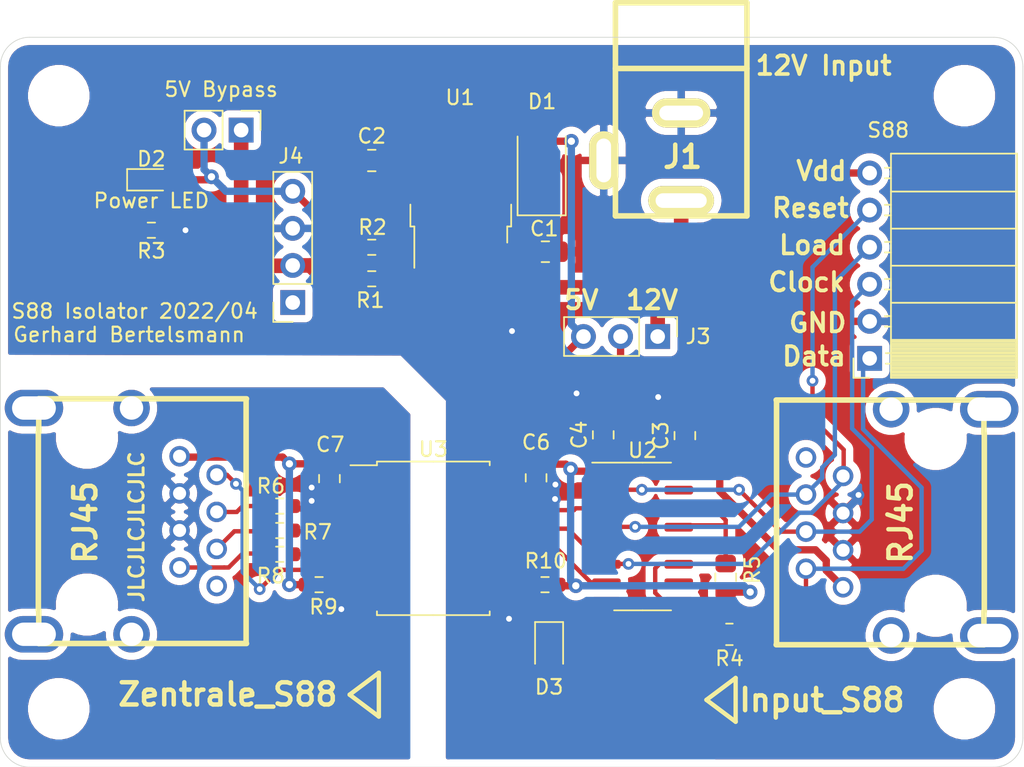
<source format=kicad_pcb>
(kicad_pcb (version 20171130) (host pcbnew 5.1.12-84ad8e8a86~92~ubuntu20.04.1)
  (title_block (date 2020-08-30) (rev 2020/08))
  (layers (0 F.Cu signal) (31 B.Cu signal) (34 B.Paste user) (35 F.Paste user) (36 B.SilkS user) (37 F.SilkS user) (38 B.Mask user) (39 F.Mask user) (44 Edge.Cuts user))
  (net 0 "")
  (net 1 GNDD)
  (net 2 VDD)
  (net 3 +5VD)
  (net 4 +5V)
  (net 5 GND)
  (net 6 /Data')
  (net 7 /Clock')
  (net 8 /PSLoad')
  (net 9 /Reset')
  (net 10 "Net-(R1-Pad2)")
  (net 11 "Net-(R5-Pad2)")
  (net 12 /Clock)
  (net 13 "Net-(R6-Pad1)")
  (net 14 "Net-(R7-Pad1)")
  (net 15 /PSLoad)
  (net 16 "Net-(R8-Pad1)")
  (net 17 /Reset)
  (net 18 /Data)
  (net 19 "Net-(R9-Pad1)")
  (net 20 "Net-(U2-Pad3)")
  (net 21 "Net-(U2-Pad5)")
  (net 22 "Net-(U2-Pad7)")
  (net 23 "Net-(U2-Pad10)")
  (net 24 "Net-(U2-Pad12)")
  (net 25 "Net-(U2-Pad15)")
  (net 26 /Input)
  (net 27 "Net-(J4-Pad1)")
  (net 28 "Net-(Input_S88-Pad8)")
  (net 29 "Net-(Zentrale_S88-Pad8)")
  (net 30 "Net-(D2-Pad1)")
  (net 31 "Net-(D3-Pad1)")
  (net 32 "Net-(R10-Pad2)")
  (module Package_SO:SOIC-16_3.9x9.9mm_P1.27mm (layer F.Cu) (at 143.9672 114.1984)
    (fp_text reference U2 (at 0 -5.9) (layer F.SilkS))
    (fp_text value 4504)
    (pad 16 smd roundrect (at 2.475 -4.445) (size 1.95 0.6) (layers F.Cu F.Paste F.Mask) (net 2 VDD))
    (pad 15 smd roundrect (at 2.475 -3.175) (size 1.95 0.6) (layers F.Cu F.Paste F.Mask) (net 25 "Net-(U2-Pad15)"))
    (pad 14 smd roundrect (at 2.475 -1.905) (size 1.95 0.6) (layers F.Cu F.Paste F.Mask) (net 11 "Net-(R5-Pad2)"))
    (pad 13 smd roundrect (at 2.475 -0.635) (size 1.95 0.6) (layers F.Cu F.Paste F.Mask) (net 11 "Net-(R5-Pad2)"))
    (pad 12 smd roundrect (at 2.475 0.635) (size 1.95 0.6) (layers F.Cu F.Paste F.Mask) (net 24 "Net-(U2-Pad12)"))
    (pad 11 smd roundrect (at 2.475 1.905) (size 1.95 0.6) (layers F.Cu F.Paste F.Mask) (net 11 "Net-(R5-Pad2)"))
    (pad 10 smd roundrect (at 2.475 3.175) (size 1.95 0.6) (layers F.Cu F.Paste F.Mask) (net 23 "Net-(U2-Pad10)"))
    (pad 9 smd roundrect (at 2.475 4.445) (size 1.95 0.6) (layers F.Cu F.Paste F.Mask) (net 11 "Net-(R5-Pad2)"))
    (pad 8 smd roundrect (at -2.475 4.445) (size 1.95 0.6) (layers F.Cu F.Paste F.Mask) (net 1 GNDD))
    (pad 7 smd roundrect (at -2.475 3.175) (size 1.95 0.6) (layers F.Cu F.Paste F.Mask) (net 22 "Net-(U2-Pad7)"))
    (pad 6 smd roundrect (at -2.475 1.905) (size 1.95 0.6) (layers F.Cu F.Paste F.Mask) (net 9 /Reset'))
    (pad 5 smd roundrect (at -2.475 0.635) (size 1.95 0.6) (layers F.Cu F.Paste F.Mask) (net 21 "Net-(U2-Pad5)"))
    (pad 4 smd roundrect (at -2.475 -0.635) (size 1.95 0.6) (layers F.Cu F.Paste F.Mask) (net 8 /PSLoad'))
    (pad 3 smd roundrect (at -2.475 -1.905) (size 1.95 0.6) (layers F.Cu F.Paste F.Mask) (net 20 "Net-(U2-Pad3)"))
    (pad 2 smd roundrect (at -2.475 -3.175) (size 1.95 0.6) (layers F.Cu F.Paste F.Mask) (net 7 /Clock'))
    (pad 1 smd roundrect (at -2.475 -4.445) (size 1.95 0.6) (layers F.Cu F.Paste F.Mask) (net 3 +5VD))
  )
  (module Package_SO:SOIC-16W_7.5x10.3mm_P1.27mm (layer F.Cu) (at 129.6416 114.3254)
    (fp_text reference U3 (at 0 -6.1) (layer F.SilkS))
    (fp_text value NSI8141W1)
    (pad 16 smd roundrect (at 4.65 -4.445) (size 2.05 0.6) (layers F.Cu F.Paste F.Mask) (net 3 +5VD))
    (pad 15 smd roundrect (at 4.65 -3.175) (size 2.05 0.6) (layers F.Cu F.Paste F.Mask) (net 1 GNDD))
    (pad 14 smd roundrect (at 4.65 -1.905) (size 2.05 0.6) (layers F.Cu F.Paste F.Mask) (net 20 "Net-(U2-Pad3)"))
    (pad 13 smd roundrect (at 4.65 -0.635) (size 2.05 0.6) (layers F.Cu F.Paste F.Mask) (net 21 "Net-(U2-Pad5)"))
    (pad 12 smd roundrect (at 4.65 0.635) (size 2.05 0.6) (layers F.Cu F.Paste F.Mask) (net 22 "Net-(U2-Pad7)"))
    (pad 11 smd roundrect (at 4.65 1.905) (size 2.05 0.6) (layers F.Cu F.Paste F.Mask) (net 31 "Net-(D3-Pad1)"))
    (pad 10 smd roundrect (at 4.65 3.175) (size 2.05 0.6) (layers F.Cu F.Paste F.Mask) (net 32 "Net-(R10-Pad2)"))
    (pad 9 smd roundrect (at 4.65 4.445) (size 2.05 0.6) (layers F.Cu F.Paste F.Mask) (net 1 GNDD))
    (pad 8 smd roundrect (at -4.65 4.445) (size 2.05 0.6) (layers F.Cu F.Paste F.Mask) (net 5 GND))
    (pad 7 smd roundrect (at -4.65 3.175) (size 2.05 0.6) (layers F.Cu F.Paste F.Mask) (net 19 "Net-(R9-Pad1)"))
    (pad 6 smd roundrect (at -4.65 1.905) (size 2.05 0.6) (layers F.Cu F.Paste F.Mask) (net 18 /Data))
    (pad 5 smd roundrect (at -4.65 0.635) (size 2.05 0.6) (layers F.Cu F.Paste F.Mask) (net 16 "Net-(R8-Pad1)"))
    (pad 4 smd roundrect (at -4.65 -0.635) (size 2.05 0.6) (layers F.Cu F.Paste F.Mask) (net 14 "Net-(R7-Pad1)"))
    (pad 3 smd roundrect (at -4.65 -1.905) (size 2.05 0.6) (layers F.Cu F.Paste F.Mask) (net 13 "Net-(R6-Pad1)"))
    (pad 2 smd roundrect (at -4.65 -3.175) (size 2.05 0.6) (layers F.Cu F.Paste F.Mask) (net 5 GND))
    (pad 1 smd roundrect (at -4.65 -4.445) (size 2.05 0.6) (layers F.Cu F.Paste F.Mask) (net 4 +5V))
  )
  (module Diode_SMD:D_SMA (layer F.Cu) (at 137.0584 88.7984 90)
    (fp_text reference D1 (at 4.3942 0.0254 180) (layer F.SilkS))
    (fp_text value M7)
    (pad 2 smd rect (at 2 0 90) (size 2.5 1.8) (layers F.Cu F.Paste F.Mask) (net 3 +5VD))
    (pad 1 smd rect (at -2 0 90) (size 2.5 1.8) (layers F.Cu F.Paste F.Mask) (net 26 /Input))
  )
  (module w_conn_pc:megb8-8-Uni (layer F.Cu) (at 164.0332 113.2332 90)
    (fp_text reference Input_S88 (at -12.1746 -7.7868) (layer F.SilkS) (effects (font (size 1.524 1.524) (thickness 0.3048))))
    (fp_text value RJ45 (at 0 -2.402 90) (layer F.SilkS) (effects (font (size 1.524 1.524) (thickness 0.3048))))
    (pad 9 thru_hole oval (at -7.75 3.6668 90) (size 2.5 4) (drill oval 1.6 3) (layers *.Cu *.Mask))
    (pad 9 thru_hole oval (at 7.75 3.6668 90) (size 2.5 4) (drill oval 1.6 3) (layers *.Cu *.Mask))
    (pad 3 thru_hole circle (at -1.905 -6.34 90) (size 1.4 1.4) (drill 0.9) (layers *.Cu *.Mask) (net 1 GNDD))
    (pad 1 thru_hole circle (at -4.445 -6.34 90) (size 1.4 1.4) (drill 0.9) (layers *.Cu *.Mask) (net 2 VDD))
    (pad 2 thru_hole circle (at -3.175 -8.88 90) (size 1.4 1.4) (drill 0.9) (layers *.Cu *.Mask) (net 6 /Data'))
    (pad 4 thru_hole circle (at -0.635 -8.88 90) (size 1.4 1.4) (drill 0.9) (layers *.Cu *.Mask) (net 7 /Clock'))
    (pad 5 thru_hole circle (at 0.635 -6.34 90) (size 1.4 1.4) (drill 0.9) (layers *.Cu *.Mask) (net 1 GNDD))
    (pad 6 thru_hole circle (at 1.905 -8.88 90) (size 1.4 1.4) (drill 0.9) (layers *.Cu *.Mask) (net 8 /PSLoad'))
    (pad 7 thru_hole circle (at 3.175 -6.34 90) (size 1.4 1.4) (drill 0.9) (layers *.Cu *.Mask) (net 9 /Reset'))
    (pad 8 thru_hole circle (at 4.445 -8.88 90) (size 1.4 1.4) (drill 0.9) (layers *.Cu *.Mask) (net 28 "Net-(Input_S88-Pad8)"))
    (pad 9 thru_hole circle (at -7.75 -3.05 90) (size 2.5 2.5) (drill 1.6) (layers *.Cu *.Mask))
    (pad 9 thru_hole circle (at 7.75 -3.05 90) (size 2.5 2.5) (drill 1.6) (layers *.Cu *.Mask))
    (pad "" np_thru_hole circle (at -5.715 0 90) (size 3.25 3.25) (drill 3.25) (layers *.Cu))
    (pad "" np_thru_hole circle (at 5.715 0 90) (size 3.25 3.25) (drill 3.25) (layers *.Cu))
  )
  (module Resistor_SMD:R_0603_1608Metric_Pad0.98x0.95mm_HandSolder (layer F.Cu) (at 137.287 117.5004 180)
    (fp_text reference R10 (at -0.0489 1.6256) (layer F.SilkS))
    (fp_text value 1k)
    (pad 2 smd roundrect (at 0.9125 0 180) (size 0.975 0.95) (layers F.Cu F.Paste F.Mask) (net 32 "Net-(R10-Pad2)"))
    (pad 1 smd roundrect (at -0.9125 0 180) (size 0.975 0.95) (layers F.Cu F.Paste F.Mask) (net 3 +5VD))
  )
  (module Resistor_SMD:R_0603_1608Metric_Pad0.98x0.95mm_HandSolder (layer F.Cu) (at 121.8184 117.5004 180)
    (fp_text reference R9 (at -0.3048 -1.524) (layer F.SilkS))
    (fp_text value 1k)
    (pad 2 smd roundrect (at 0.9125 0 180) (size 0.975 0.95) (layers F.Cu F.Paste F.Mask) (net 4 +5V))
    (pad 1 smd roundrect (at -0.9125 0 180) (size 0.975 0.95) (layers F.Cu F.Paste F.Mask) (net 19 "Net-(R9-Pad1)"))
  )
  (module Capacitor_SMD:C_0805_2012Metric (layer F.Cu) (at 122.5296 110.236 270)
    (fp_text reference C7 (at -2.3368 -0.0508 180) (layer F.SilkS))
    (fp_text value 100nF hide)
    (pad 1 smd roundrect (at -0.9375 0 270) (size 1.2 1.4) (layers F.Cu F.Paste F.Mask) (net 4 +5V))
    (pad 2 smd roundrect (at 0.9375 0 270) (size 1.2 1.4) (layers F.Cu F.Paste F.Mask) (net 5 GND))
  )
  (module Capacitor_SMD:C_0805_2012Metric (layer F.Cu) (at 136.6774 110.1829 270)
    (fp_text reference C6 (at -2.4384 0) (layer F.SilkS))
    (fp_text value 100nF hide)
    (pad 2 smd roundrect (at 0.9375 0 270) (size 1.2 1.4) (layers F.Cu F.Paste F.Mask) (net 1 GNDD))
    (pad 1 smd roundrect (at -0.9375 0 270) (size 1.2 1.4) (layers F.Cu F.Paste F.Mask) (net 3 +5VD))
  )
  (module Resistor_SMD:R_0805_2012Metric (layer F.Cu) (at 149.9108 120.904 180)
    (fp_text reference R4 (at 0 -1.65) (layer F.SilkS))
    (fp_text value 1k5 hide)
    (pad 2 smd roundrect (at 0.9125 0 180) (size 1.025 1.4) (layers F.Cu F.Paste F.Mask) (roundrect_rratio 0.2439004878048781) (net 31 "Net-(D3-Pad1)"))
    (pad 1 smd roundrect (at -0.9125 0 180) (size 1.025 1.4) (layers F.Cu F.Paste F.Mask) (roundrect_rratio 0.2439004878048781) (net 6 /Data'))
  )
  (module Package_TO_SOT_SMD:TO-252-2 (layer F.Cu) (at 131.5202 90.4934 90)
    (fp_text reference U1 (at 6.3686 -0.0498 180) (layer F.SilkS))
    (fp_text value LM317)
    (pad 2 smd rect (at 2.1 0 90) (size 6.4 5.8) (layers F.Cu F.Mask) (net 3 +5VD))
    (pad 3 smd rect (at -4.2 2.28 90) (size 2.2 1.2) (layers F.Cu F.Paste F.Mask) (net 26 /Input))
    (pad 1 smd rect (at -4.2 -2.28 90) (size 2.2 1.2) (layers F.Cu F.Paste F.Mask) (net 10 "Net-(R1-Pad2)"))
  )
  (module Resistor_SMD:R_0603_1608Metric_Pad0.98x0.95mm_HandSolder (layer F.Cu) (at 119.126 115.4176 180)
    (fp_text reference R8 (at 0.6096 -1.4732) (layer F.SilkS))
    (fp_text value 56 hide)
    (pad 2 smd roundrect (at 0.9125 0 180) (size 0.975 0.95) (layers F.Cu F.Paste F.Mask) (net 17 /Reset))
    (pad 1 smd roundrect (at -0.9125 0 180) (size 0.975 0.95) (layers F.Cu F.Paste F.Mask) (net 16 "Net-(R8-Pad1)"))
  )
  (module Resistor_SMD:R_0603_1608Metric_Pad0.98x0.95mm_HandSolder (layer F.Cu) (at 119.126 113.792 180)
    (fp_text reference R7 (at -2.5908 -0.1016) (layer F.SilkS))
    (fp_text value 56 hide)
    (pad 2 smd roundrect (at 0.9125 0 180) (size 0.975 0.95) (layers F.Cu F.Paste F.Mask) (net 15 /PSLoad))
    (pad 1 smd roundrect (at -0.9125 0 180) (size 0.975 0.95) (layers F.Cu F.Paste F.Mask) (net 14 "Net-(R7-Pad1)"))
  )
  (module Resistor_SMD:R_0603_1608Metric_Pad0.98x0.95mm_HandSolder (layer F.Cu) (at 119.126 112.1156 180)
    (fp_text reference R6 (at 0.6096 1.3716) (layer F.SilkS))
    (fp_text value 56 hide)
    (pad 2 smd roundrect (at 0.9125 0 180) (size 0.975 0.95) (layers F.Cu F.Paste F.Mask) (net 12 /Clock))
    (pad 1 smd roundrect (at -0.9125 0 180) (size 0.975 0.95) (layers F.Cu F.Paste F.Mask) (net 13 "Net-(R6-Pad1)"))
  )
  (module Resistor_SMD:R_0603_1608Metric_Pad0.98x0.95mm_HandSolder (layer F.Cu) (at 110.3376 93.218)
    (fp_text reference R3 (at 0 1.4224) (layer F.SilkS))
    (fp_text value 270)
    (pad 2 smd roundrect (at 0.9125 0) (size 0.975 0.95) (layers F.Cu F.Paste F.Mask) (net 1 GNDD))
    (pad 1 smd roundrect (at -0.9125 0) (size 0.975 0.95) (layers F.Cu F.Paste F.Mask) (net 30 "Net-(D2-Pad1)"))
  )
  (module Resistor_SMD:R_0603_1608Metric_Pad0.98x0.95mm_HandSolder (layer F.Cu) (at 125.4252 94.3864 180)
    (fp_text reference R2 (at -0.0508 1.3716) (layer F.SilkS))
    (fp_text value 750 hide)
    (pad 2 smd roundrect (at 0.9125 0 180) (size 0.975 0.95) (layers F.Cu F.Paste F.Mask) (net 1 GNDD))
    (pad 1 smd roundrect (at -0.9125 0 180) (size 0.975 0.95) (layers F.Cu F.Paste F.Mask) (net 10 "Net-(R1-Pad2)"))
  )
  (module Resistor_SMD:R_0603_1608Metric_Pad0.98x0.95mm_HandSolder (layer F.Cu) (at 125.4252 96.5454)
    (fp_text reference R1 (at -0.1016 1.4732) (layer F.SilkS))
    (fp_text value 240 hide)
    (pad 2 smd roundrect (at 0.9125 0) (size 0.975 0.95) (layers F.Cu F.Paste F.Mask) (net 10 "Net-(R1-Pad2)"))
    (pad 1 smd roundrect (at -0.9125 0) (size 0.975 0.95) (layers F.Cu F.Paste F.Mask) (net 3 +5VD))
  )
  (module Diode_SMD:D_0805_2012Metric_Pad1.15x1.40mm_HandSolder (layer F.Cu) (at 137.5664 121.92 270)
    (fp_text reference D3 (at 2.5908 0 180) (layer F.SilkS))
    (fp_text value 5V1)
    (pad 2 smd roundrect (at 1.025 0 270) (size 1.15 1.4) (layers F.Cu F.Paste F.Mask) (roundrect_rratio 0.2173904347826087) (net 1 GNDD))
    (pad 1 smd roundrect (at -1.025 0 270) (size 1.15 1.4) (layers F.Cu F.Paste F.Mask) (roundrect_rratio 0.2173904347826087) (net 31 "Net-(D3-Pad1)"))
  )
  (module LED_SMD:LED_0603_1608Metric_Pad1.05x0.95mm_HandSolder (layer F.Cu) (at 110.3376 89.7636)
    (fp_text reference D2 (at 0 -1.43) (layer F.SilkS))
    (fp_text value "Power LED" (at 0 1.43) (layer F.SilkS))
    (pad 2 smd roundrect (at 0.875 0) (size 1.05 0.95) (layers F.Cu F.Paste F.Mask) (net 3 +5VD))
    (pad 1 smd roundrect (at -0.875 0) (size 1.05 0.95) (layers F.Cu F.Paste F.Mask) (net 30 "Net-(D2-Pad1)"))
  )
  (module Capacitor_SMD:C_0805_2012Metric_Pad1.18x1.45mm_HandSolder (layer F.Cu) (at 125.4252 88.4428 180)
    (fp_text reference C2 (at 0 1.6764) (layer F.SilkS))
    (fp_text value 1uF)
    (pad 2 smd roundrect (at 1.0375 0 180) (size 1.175 1.45) (layers F.Cu F.Paste F.Mask) (roundrect_rratio 0.2127659574468085) (net 1 GNDD))
    (pad 1 smd roundrect (at -1.0375 0 180) (size 1.175 1.45) (layers F.Cu F.Paste F.Mask) (roundrect_rratio 0.2127659574468085) (net 3 +5VD))
  )
  (module Connector_PinHeader_2.54mm:PinHeader_1x03_P2.54mm_Vertical (layer F.Cu) (at 145 100.5 270)
    (fp_text reference J3 (at 0 -2.77 180) (layer F.SilkS))
    (fp_text value "12V 5V")
    (pad 3 thru_hole oval (at 0 5.08 270) (size 1.7 1.7) (drill 1) (layers *.Cu *.Mask) (net 3 +5VD))
    (pad 2 thru_hole oval (at 0 2.54 270) (size 1.7 1.7) (drill 1) (layers *.Cu *.Mask) (net 2 VDD))
    (pad 1 thru_hole rect (at 0 0 270) (size 1.7 1.7) (drill 1) (layers *.Cu *.Mask) (net 26 /Input))
  )
  (module w_conn_pc:megb8-8-Uni (layer F.Cu) (at 105.929 113.149 270)
    (fp_text reference Zentrale_S88 (at 11.8698 -9.641 180) (layer F.SilkS) (effects (font (size 1.524 1.524) (thickness 0.3048))))
    (fp_text value RJ45 (at 0.0842 0.1126 90) (layer F.SilkS) (effects (font (size 1.524 1.524) (thickness 0.3048))))
    (pad "" np_thru_hole circle (at 5.715 0 270) (size 3.25 3.25) (drill 3.25) (layers *.Cu))
    (pad "" np_thru_hole circle (at -5.715 0 270) (size 3.25 3.25) (drill 3.25) (layers *.Cu))
    (pad 9 thru_hole circle (at 7.75 -3.05 270) (size 2.5 2.5) (drill 1.6) (layers *.Cu *.Mask))
    (pad 9 thru_hole circle (at -7.75 -3.05 270) (size 2.5 2.5) (drill 1.6) (layers *.Cu *.Mask))
    (pad 8 thru_hole circle (at 4.445 -8.88 270) (size 1.4 1.4) (drill 0.9) (layers *.Cu *.Mask) (net 29 "Net-(Zentrale_S88-Pad8)"))
    (pad 7 thru_hole circle (at 3.175 -6.34 270) (size 1.4 1.4) (drill 0.9) (layers *.Cu *.Mask) (net 17 /Reset))
    (pad 6 thru_hole circle (at 1.905 -8.88 270) (size 1.4 1.4) (drill 0.9) (layers *.Cu *.Mask) (net 15 /PSLoad))
    (pad 5 thru_hole circle (at 0.635 -6.34 270) (size 1.4 1.4) (drill 0.9) (layers *.Cu *.Mask) (net 5 GND))
    (pad 4 thru_hole circle (at -0.635 -8.88 270) (size 1.4 1.4) (drill 0.9) (layers *.Cu *.Mask) (net 12 /Clock))
    (pad 2 thru_hole circle (at -3.175 -8.88 270) (size 1.4 1.4) (drill 0.9) (layers *.Cu *.Mask) (net 18 /Data))
    (pad 1 thru_hole circle (at -4.445 -6.34 270) (size 1.4 1.4) (drill 0.9) (layers *.Cu *.Mask) (net 4 +5V))
    (pad 3 thru_hole circle (at -1.905 -6.34 270) (size 1.4 1.4) (drill 0.9) (layers *.Cu *.Mask) (net 5 GND))
    (pad 9 thru_hole oval (at 7.75 3.629 270) (size 2.5 4) (drill oval 1.6 3) (layers *.Cu *.Mask))
    (pad 9 thru_hole oval (at -7.75 3.629 270) (size 2.5 4) (drill oval 1.6 3) (layers *.Cu *.Mask))
  )
  (module MountingHole:MountingHole_3.2mm_M3_DIN965 (layer F.Cu) (at 166 126)
    (fp_text reference REF** hide)
    (fp_text value MountingHole_3.2mm_M3_DIN965 hide)
    (pad 1 np_thru_hole circle (at 0 0) (size 3.2 3.2) (drill 3.2) (layers *.Cu *.Mask))
  )
  (module MountingHole:MountingHole_3.2mm_M3_DIN965 (layer F.Cu) (at 166 84)
    (fp_text reference REF** hide)
    (fp_text value MountingHole_3.2mm_M3_DIN965 hide)
    (pad 1 np_thru_hole circle (at 0 0) (size 3.2 3.2) (drill 3.2) (layers *.Cu *.Mask))
  )
  (module MountingHole:MountingHole_3.2mm_M3_DIN965 (layer F.Cu) (at 104 126)
    (fp_text reference REF** hide)
    (fp_text value MountingHole_3.2mm_M3_DIN965 hide)
    (pad 1 np_thru_hole circle (at 0 0) (size 3.2 3.2) (drill 3.2) (layers *.Cu *.Mask))
  )
  (module MountingHole:MountingHole_3.2mm_M3_DIN965 (layer F.Cu) (at 104 84)
    (fp_text reference REF** hide)
    (fp_text value MountingHole_3.2mm_M3_DIN965 hide)
    (pad 1 np_thru_hole circle (at 0 0) (size 3.2 3.2) (drill 3.2) (layers *.Cu *.Mask))
  )
  (module Connector_PinSocket_2.54mm:PinSocket_1x04_P2.54mm_Vertical (layer F.Cu) (at 120.015 98.171 180)
    (fp_text reference J4 (at 0.127 10.033) (layer F.SilkS))
    (fp_text value Conn_01x04 hide)
    (pad 4 thru_hole oval (at 0 7.62 180) (size 1.7 1.7) (drill 1) (layers *.Cu *.Mask) (net 3 +5VD))
    (pad 3 thru_hole oval (at 0 5.08 180) (size 1.7 1.7) (drill 1) (layers *.Cu *.Mask) (net 1 GNDD))
    (pad 2 thru_hole oval (at 0 2.54 180) (size 1.7 1.7) (drill 1) (layers *.Cu *.Mask) (net 26 /Input))
    (pad 1 thru_hole rect (at 0 0 180) (size 1.7 1.7) (drill 1) (layers *.Cu *.Mask) (net 27 "Net-(J4-Pad1)"))
  )
  (module Capacitor_SMD:C_0805_2012Metric (layer F.Cu) (at 137.3124 94.6912)
    (fp_text reference C1 (at -0.0785 -1.5748) (layer F.SilkS))
    (fp_text value 100nF hide)
    (pad 2 smd roundrect (at 0.9375 0) (size 1.2 1.4) (layers F.Cu F.Paste F.Mask) (net 1 GNDD))
    (pad 1 smd roundrect (at -0.9375 0) (size 1.2 1.4) (layers F.Cu F.Paste F.Mask) (net 26 /Input))
  )
  (module Capacitor_SMD:C_0805_2012Metric (layer F.Cu) (at 141.2748 107.2388 90)
    (fp_text reference C4 (at 0 -1.65 90) (layer F.SilkS))
    (fp_text value 100nF hide)
    (pad 1 smd roundrect (at -0.9375 0 90) (size 1.2 1.4) (layers F.Cu F.Paste F.Mask) (net 3 +5VD))
    (pad 2 smd roundrect (at 0.9375 0 90) (size 1.2 1.4) (layers F.Cu F.Paste F.Mask) (net 1 GNDD))
  )
  (module w_conn_misc:dc_socket (layer F.Cu) (at 146.6088 84.9376 180)
    (fp_text reference J1 (at -0.1016 -3.2512) (layer F.SilkS) (effects (font (size 1.524 1.524) (thickness 0.3048))))
    (fp_text value Barrel_Jack_Switch_MountingPin hide)
    (pad 1 thru_hole oval (at 5.30098 -3.50012 180) (size 1.99898 4.0005) (drill oval 1.00076 2.99974) (layers *.Cu *.Mask F.SilkS) (net 1 GNDD))
    (pad 2 thru_hole oval (at 0 -0.24892 180) (size 4.0005 1.99898) (drill oval 2.99974 1.00076) (layers *.Cu *.Mask F.SilkS) (net 1 GNDD))
    (pad 3 thru_hole oval (at 0 -6.25094 180) (size 4.50088 1.99898) (drill oval 3.50012 1.00076) (layers *.Cu *.Mask F.SilkS) (net 26 /Input))
  )
  (module Resistor_SMD:R_0805_2012Metric (layer F.Cu) (at 149.6568 116.9924 90)
    (fp_text reference R5 (at 0.508 1.8288 90) (layer F.SilkS))
    (fp_text value 10k hide)
    (pad 2 smd roundrect (at 0.9375 0 90) (size 1.2 1.4) (layers F.Cu F.Paste F.Mask) (net 11 "Net-(R5-Pad2)"))
    (pad 1 smd roundrect (at -0.9375 0 90) (size 1.2 1.4) (layers F.Cu F.Paste F.Mask) (net 3 +5VD))
  )
  (module Connector_PinSocket_2.54mm:PinSocket_1x06_P2.54mm_Horizontal (layer F.Cu) (at 159.512 102 180)
    (fp_text reference S88 (at -1.27 15.64) (layer F.SilkS))
    (fp_text value Conn_01x06 hide)
    (pad 1 thru_hole rect (at 0 0 180) (size 1.7 1.7) (drill 1) (layers *.Cu *.Mask) (net 6 /Data'))
    (pad 2 thru_hole oval (at 0 2.54 180) (size 1.7 1.7) (drill 1) (layers *.Cu *.Mask) (net 1 GNDD))
    (pad 3 thru_hole oval (at 0 5.08 180) (size 1.7 1.7) (drill 1) (layers *.Cu *.Mask) (net 7 /Clock'))
    (pad 4 thru_hole oval (at 0 7.62 180) (size 1.7 1.7) (drill 1) (layers *.Cu *.Mask) (net 8 /PSLoad'))
    (pad 5 thru_hole oval (at 0 10.16 180) (size 1.7 1.7) (drill 1) (layers *.Cu *.Mask) (net 9 /Reset'))
    (pad 6 thru_hole oval (at 0 12.7 180) (size 1.7 1.7) (drill 1) (layers *.Cu *.Mask) (net 2 VDD))
  )
  (module Capacitor_SMD:C_0805_2012Metric (layer F.Cu) (at 146.8628 107.2896 90)
    (fp_text reference C3 (at 0 -1.65 90) (layer F.SilkS))
    (fp_text value 100nF hide)
    (pad 1 smd roundrect (at -0.9375 0 90) (size 1.2 1.4) (layers F.Cu F.Paste F.Mask) (net 2 VDD))
    (pad 2 smd roundrect (at 0.9375 0 90) (size 1.2 1.4) (layers F.Cu F.Paste F.Mask) (net 1 GNDD))
  )
  (module Connector_PinHeader_2.54mm:PinHeader_1x02_P2.54mm_Vertical (layer F.Cu) (at 116.4844 86.36 270)
    (fp_text reference J2 hide)
    (fp_text value "5V Bypass" (at -2.794 1.3716 180) (layer F.SilkS))
    (pad 1 thru_hole rect (at 0 0 270) (size 1.7 1.7) (drill 1) (layers *.Cu *.Mask) (net 26 /Input))
    (pad 2 thru_hole oval (at 0 2.54 270) (size 1.7 1.7) (drill 1) (layers *.Cu *.Mask) (net 3 +5VD))
  )
  (gr_text JLCJLCJLCJLC (at 109.3216 113.538 90) (layer F.SilkS) (effects (font (size 1 1) (thickness 0.2))))
  (gr_text "S88 Isolator 2022/04\nGerhard Bertelsmann " (at 109.1946 99.568) (layer F.SilkS) (effects (font (size 1 1))))
  (gr_text "S88 Isolator 2022/04\nGerhard Bertelsmann " (at 139.8524 127.0254) (layer F.Cu) (effects (font (size 1 1))))
  (gr_text "12V Input" (at 156.3624 81.9404) (layer F.SilkS) (effects (font (size 1.27 1.27) (thickness 0.254))))
  (gr_text GND (at 155.956 99.568) (layer F.SilkS) (effects (font (size 1.27 1.27) (thickness 0.254))))
  (gr_text Data (at 155.702 101.854) (layer F.SilkS) (effects (font (size 1.27 1.27) (thickness 0.254))))
  (gr_text Clock (at 155.194 96.774) (layer F.SilkS) (effects (font (size 1.27 1.27) (thickness 0.254))))
  (gr_text Reset (at 155.448 91.694) (layer F.SilkS) (effects (font (size 1.27 1.27) (thickness 0.254))))
  (gr_text Load (at 155.575 94.234) (layer F.SilkS) (effects (font (size 1.27 1.27) (thickness 0.254))))
  (gr_text Vdd (at 156.21 89.154) (layer F.SilkS) (effects (font (size 1.27 1.27) (thickness 0.254))))
  (gr_text "5V  12V" (at 142.5 98) (layer F.SilkS) (effects (font (size 1.27 1.27) (thickness 0.254))))
  (gr_line (start 150.3382 123.8918) (end 150.3382 126.8918) (layer F.SilkS) (width 0.3))
  (gr_line (start 148.3382 125.3918) (end 150.3382 123.8918) (layer F.SilkS) (width 0.3))
  (gr_line (start 150.3382 126.8918) (end 148.3382 125.3918) (layer F.SilkS) (width 0.3))
  (gr_line (start 123.912 125.0362) (end 125.912 123.5362) (layer F.SilkS) (width 0.3))
  (gr_line (start 125.912 126.5362) (end 123.912 125.0362) (layer F.SilkS) (width 0.3))
  (gr_line (start 125.912 123.5362) (end 125.912 126.5362) (layer F.SilkS) (width 0.3))
  (gr_line (start 100 128) (end 100 82) (layer Edge.Cuts) (width 0.05))
  (gr_line (start 168 130) (end 102 130) (layer Edge.Cuts) (width 0.05))
  (gr_line (start 170 82) (end 170 128) (layer Edge.Cuts) (width 0.05))
  (gr_line (start 168 80) (end 102 80) (layer Edge.Cuts) (width 0.05))
  (gr_arc (start 102 82) (end 102 80) (angle -90) (layer Edge.Cuts) (width 0.05))
  (gr_arc (start 168 82) (end 170 82) (angle -90) (layer Edge.Cuts) (width 0.05))
  (gr_arc (start 168 128) (end 168 130) (angle -90) (layer Edge.Cuts) (width 0.05))
  (gr_arc (start 102 128) (end 100 128) (angle -90) (layer Edge.Cuts) (width 0.05))
  (via (at 139.446 104.394) (size 0.8) (drill 0.4) (layers F.Cu B.Cu) (net 1))
  (via (at 145.034 104.648) (size 0.8) (drill 0.4) (layers F.Cu B.Cu) (net 1))
  (via (at 134.8232 119.8372) (size 0.8) (drill 0.4) (layers F.Cu B.Cu) (net 1))
  (segment (start 134.24916 119.26316) (end 134.8232 119.8372) (width 0.3) (layer F.Cu) (net 1))
  (segment (start 134.24916 118.745) (end 134.24916 119.26316) (width 0.3) (layer F.Cu) (net 1))
  (segment (start 134.24916 111.125) (end 136.017 111.125) (width 0.3) (layer F.Cu) (net 1))
  (segment (start 136.017 111.125) (end 136.0932 111.0488) (width 0.3) (layer F.Cu) (net 1))
  (via (at 112.6744 93.218) (size 0.8) (drill 0.4) (layers F.Cu B.Cu) (net 1))
  (segment (start 111.2501 93.218) (end 112.6744 93.218) (width 0.3) (layer F.Cu) (net 1))
  (via (at 135.0264 100.1268) (size 0.8) (drill 0.4) (layers F.Cu B.Cu) (net 1))
  (via (at 158.75 111.3536) (size 0.8) (drill 0.4) (layers F.Cu B.Cu) (net 1))
  (segment (start 157.6932 112.4104) (end 158.75 111.3536) (width 0.3) (layer F.Cu) (net 1))
  (segment (start 157.6932 112.5982) (end 157.6932 112.4104) (width 0.3) (layer F.Cu) (net 1))
  (via (at 137.9982 110.6424) (size 0.8) (drill 0.4) (layers F.Cu B.Cu) (net 1))
  (segment (start 137.5202 111.1204) (end 137.9982 110.6424) (width 0.3) (layer F.Cu) (net 1))
  (segment (start 136.6774 111.1204) (end 137.5202 111.1204) (width 0.3) (layer F.Cu) (net 1))
  (via (at 137.9728 111.633) (size 0.8) (drill 0.4) (layers F.Cu B.Cu) (net 1))
  (segment (start 137.4602 111.1204) (end 137.9728 111.633) (width 0.3) (layer F.Cu) (net 1))
  (segment (start 136.6774 111.1204) (end 137.4602 111.1204) (width 0.3) (layer F.Cu) (net 1))
  (segment (start 142.46 103.5136) (end 148.4036 103.5136) (width 0.5) (layer F.Cu) (net 2))
  (segment (start 142.46 103.5136) (end 142.46 100.5) (width 0.5) (layer F.Cu) (net 2))
  (segment (start 148.4036 103.5136) (end 151.4856 100.4316) (width 0.5) (layer F.Cu) (net 2))
  (segment (start 151.4856 100.4316) (end 151.4856 92.202) (width 0.5) (layer F.Cu) (net 2))
  (segment (start 154.3876 89.3) (end 159.512 89.3) (width 0.5) (layer F.Cu) (net 2))
  (segment (start 151.4856 92.202) (end 154.3876 89.3) (width 0.5) (layer F.Cu) (net 2))
  (segment (start 146.8628 109.728) (end 146.8628 108.2548) (width 0.5) (layer F.Cu) (net 2))
  (segment (start 146.8628 108.2271) (end 148.0589 108.2271) (width 0.5) (layer F.Cu) (net 2))
  (segment (start 148.4036 107.8824) (end 148.4036 103.5136) (width 0.5) (layer F.Cu) (net 2))
  (segment (start 148.0589 108.2271) (end 148.4036 107.8824) (width 0.5) (layer F.Cu) (net 2))
  (segment (start 149.2504 108.7292) (end 148.4036 107.8824) (width 0.5) (layer F.Cu) (net 2))
  (segment (start 149.2504 111.0996) (end 149.2504 108.7292) (width 0.5) (layer F.Cu) (net 2))
  (segment (start 153.2636 115.1128) (end 149.2504 111.0996) (width 0.5) (layer F.Cu) (net 2))
  (segment (start 155.8036 115.1128) (end 153.2636 115.1128) (width 0.5) (layer F.Cu) (net 2))
  (segment (start 156.543199 115.852399) (end 155.8036 115.1128) (width 0.5) (layer F.Cu) (net 2))
  (segment (start 156.543199 116.528199) (end 156.543199 115.852399) (width 0.5) (layer F.Cu) (net 2))
  (segment (start 157.6932 117.6782) (end 156.543199 116.528199) (width 0.5) (layer F.Cu) (net 2))
  (segment (start 124.4638 96.7232) (end 122.4788 94.7382) (width 0.5) (layer F.Cu) (net 3))
  (segment (start 122.4788 94.7382) (end 122.4788 92.964) (width 0.5) (layer F.Cu) (net 3))
  (segment (start 122.4788 92.964) (end 120.0404 90.5256) (width 0.5) (layer F.Cu) (net 3))
  (segment (start 126.4627 88.4428) (end 131.5212 88.4428) (width 0.5) (layer F.Cu) (net 3))
  (segment (start 131.5212 88.4428) (end 131.5212 88.392) (width 0.5) (layer F.Cu) (net 3))
  (segment (start 131.5202 88.3934) (end 134.009 88.3934) (width 0.5) (layer F.Cu) (net 3))
  (segment (start 134.009 88.3934) (end 135.2804 87.122) (width 0.5) (layer F.Cu) (net 3))
  (segment (start 135.2804 87.122) (end 137.0076 87.122) (width 0.5) (layer F.Cu) (net 3))
  (segment (start 122.4788 92.964) (end 123.3424 92.964) (width 0.5) (layer F.Cu) (net 3))
  (segment (start 123.3424 92.964) (end 126.492 89.8144) (width 0.5) (layer F.Cu) (net 3))
  (segment (start 126.492 89.8144) (end 126.492 88.4936) (width 0.5) (layer F.Cu) (net 3))
  (segment (start 126.492 88.4936) (end 126.4412 88.4428) (width 0.5) (layer F.Cu) (net 3))
  (via (at 139.0396 109.5756) (size 1) (drill 0.5) (layers F.Cu B.Cu) (net 3))
  (segment (start 139.192 109.728) (end 139.0396 109.5756) (width 0.5) (layer F.Cu) (net 3))
  (segment (start 141.2748 109.728) (end 139.192 109.728) (width 0.5) (layer F.Cu) (net 3))
  (segment (start 141.2748 109.728) (end 141.2748 108.1532) (width 0.5) (layer F.Cu) (net 3))
  (segment (start 134.24916 109.855) (end 135.4074 109.855) (width 0.5) (layer F.Cu) (net 3))
  (via (at 151.3332 118.0084) (size 1) (drill 0.5) (layers F.Cu B.Cu) (net 3))
  (segment (start 151.3332 118.0084) (end 149.7076 118.0084) (width 0.5) (layer F.Cu) (net 3))
  (segment (start 120.015 90.551) (end 115.443 90.551) (width 0.5) (layer B.Cu) (net 3))
  (segment (start 113.9444 89.0524) (end 113.9444 86.2584) (width 0.5) (layer B.Cu) (net 3))
  (segment (start 111.2126 89.7636) (end 114.2492 89.7636) (width 0.5) (layer F.Cu) (net 3))
  (segment (start 114.4524 89.5604) (end 113.9444 89.0524) (width 0.5) (layer B.Cu) (net 3))
  (via (at 114.4524 89.5604) (size 1) (drill 0.5) (layers F.Cu B.Cu) (net 3))
  (segment (start 114.2492 89.7636) (end 114.4524 89.5604) (width 0.5) (layer F.Cu) (net 3))
  (segment (start 115.443 90.551) (end 114.4524 89.5604) (width 0.5) (layer B.Cu) (net 3))
  (via (at 139.0904 87.122) (size 1) (drill 0.5) (layers F.Cu B.Cu) (net 3))
  (segment (start 139.0904 99.6704) (end 139.0904 87.122) (width 0.5) (layer B.Cu) (net 3))
  (segment (start 139.92 100.5) (end 139.0904 99.6704) (width 0.5) (layer B.Cu) (net 3))
  (segment (start 139.0904 87.122) (end 137.1092 87.122) (width 0.5) (layer F.Cu) (net 3))
  (segment (start 136.6774 109.2454) (end 136.6774 103.7082) (width 0.5) (layer F.Cu) (net 3))
  (segment (start 136.6774 103.7082) (end 139.9032 100.4824) (width 0.5) (layer F.Cu) (net 3))
  (segment (start 139.9032 100.4824) (end 139.8778 100.4824) (width 0.5) (layer F.Cu) (net 3))
  (segment (start 135.4074 109.855) (end 135.4836 109.855) (width 0.5) (layer F.Cu) (net 3))
  (segment (start 135.4836 109.855) (end 136.0424 109.2962) (width 0.5) (layer F.Cu) (net 3))
  (segment (start 136.0424 109.2962) (end 136.6774 109.2962) (width 0.5) (layer F.Cu) (net 3))
  (segment (start 138.7094 109.2454) (end 139.0396 109.5756) (width 0.5) (layer F.Cu) (net 3))
  (segment (start 136.6774 109.2454) (end 138.7094 109.2454) (width 0.5) (layer F.Cu) (net 3))
  (via (at 139.3952 117.5766) (size 1) (drill 0.5) (layers F.Cu B.Cu) (net 3))
  (segment (start 139.0396 117.221) (end 139.3952 117.5766) (width 0.5) (layer B.Cu) (net 3))
  (segment (start 139.0396 109.5756) (end 139.0396 117.221) (width 0.5) (layer B.Cu) (net 3))
  (segment (start 139.3952 117.5766) (end 138.2522 117.5766) (width 0.5) (layer F.Cu) (net 3))
  (segment (start 150.9014 117.5766) (end 151.3332 118.0084) (width 0.5) (layer B.Cu) (net 3))
  (segment (start 139.3952 117.5766) (end 150.9014 117.5766) (width 0.5) (layer B.Cu) (net 3))
  (via (at 119.7864 117.5004) (size 1) (drill 0.5) (layers F.Cu B.Cu) (net 4))
  (segment (start 120.9059 117.5004) (end 119.7864 117.5004) (width 0.5) (layer F.Cu) (net 4))
  (via (at 119.7864 109.22) (size 1) (drill 0.5) (layers F.Cu B.Cu) (net 4))
  (segment (start 119.7864 117.5004) (end 119.7864 109.22) (width 0.5) (layer B.Cu) (net 4))
  (segment (start 119.7864 109.22) (end 119.3292 108.7628) (width 0.5) (layer F.Cu) (net 4))
  (segment (start 119.3292 108.7628) (end 112.268 108.7628) (width 0.5) (layer F.Cu) (net 4))
  (segment (start 119.7864 109.22) (end 122.4788 109.22) (width 0.5) (layer F.Cu) (net 4))
  (segment (start 122.4788 109.22) (end 122.5296 109.2708) (width 0.5) (layer F.Cu) (net 4))
  (segment (start 122.5296 109.2985) (end 122.5296 109.3216) (width 0.5) (layer F.Cu) (net 4))
  (segment (start 124.62764 109.855) (end 123.9266 109.855) (width 0.5) (layer F.Cu) (net 4))
  (segment (start 123.9266 109.855) (end 123.3932 109.3216) (width 0.5) (layer F.Cu) (net 4))
  (segment (start 123.3932 109.3216) (end 122.5296 109.3216) (width 0.5) (layer F.Cu) (net 4))
  (segment (start 124.62764 111.125) (end 122.6058 111.125) (width 0.3) (layer F.Cu) (net 5))
  (segment (start 122.6058 111.125) (end 122.5804 111.1504) (width 0.3) (layer F.Cu) (net 5))
  (segment (start 122.5804 111.1504) (end 122.5804 111.2012) (width 0.3) (layer F.Cu) (net 5))
  (via (at 121.3104 111.76) (size 0.8) (drill 0.4) (layers F.Cu B.Cu) (net 5))
  (segment (start 121.8969 111.1735) (end 121.3104 111.76) (width 0.3) (layer F.Cu) (net 5))
  (segment (start 122.5296 111.1735) (end 121.8969 111.1735) (width 0.3) (layer F.Cu) (net 5))
  (via (at 121.3104 110.8456) (size 0.8) (drill 0.4) (layers F.Cu B.Cu) (net 5))
  (segment (start 121.6383 111.1735) (end 121.3104 110.8456) (width 0.3) (layer F.Cu) (net 5))
  (segment (start 122.5296 111.1735) (end 121.6383 111.1735) (width 0.3) (layer F.Cu) (net 5))
  (via (at 123.3424 119.1768) (size 0.8) (drill 0.4) (layers F.Cu B.Cu) (net 5))
  (segment (start 123.7742 118.745) (end 123.3424 119.1768) (width 0.3) (layer F.Cu) (net 5))
  (segment (start 124.62764 118.745) (end 123.7742 118.745) (width 0.3) (layer F.Cu) (net 5))
  (segment (start 150.8233 120.904) (end 153.4668 120.904) (width 0.3) (layer F.Cu) (net 6))
  (segment (start 159.512 102) (end 159.06279 102.44921) (width 0.3) (layer B.Cu) (net 6))
  (segment (start 159.06279 102.44921) (end 159.06279 106.848546) (width 0.3) (layer B.Cu) (net 6))
  (segment (start 159.06279 106.848546) (end 163.068 110.853756) (width 0.3) (layer B.Cu) (net 6))
  (segment (start 163.068 110.853756) (end 163.068 115.1636) (width 0.3) (layer B.Cu) (net 6))
  (segment (start 163.068 115.1636) (end 161.8234 116.4082) (width 0.3) (layer B.Cu) (net 6))
  (segment (start 161.8234 116.4082) (end 155.1532 116.4082) (width 0.3) (layer B.Cu) (net 6))
  (segment (start 155.1532 119.2176) (end 153.4668 120.904) (width 0.3) (layer F.Cu) (net 6))
  (segment (start 155.1532 116.4082) (end 155.1532 119.2176) (width 0.3) (layer F.Cu) (net 6))
  (via (at 150.5712 110.998) (size 0.8) (drill 0.4) (layers F.Cu B.Cu) (net 7))
  (segment (start 153.3572 113.784) (end 150.5712 110.998) (width 0.3) (layer F.Cu) (net 7))
  (segment (start 150.5712 110.998) (end 147.447 110.998) (width 0.3) (layer B.Cu) (net 7))
  (via (at 143.9164 110.998) (size 0.8) (drill 0.4) (layers F.Cu B.Cu) (net 7))
  (segment (start 141.2748 110.998) (end 143.9164 110.998) (width 0.3) (layer F.Cu) (net 7))
  (segment (start 143.9164 110.998) (end 147.447 110.998) (width 0.3) (layer B.Cu) (net 7))
  (segment (start 158.821802 113.8682) (end 155.1532 113.8682) (width 0.3) (layer B.Cu) (net 7))
  (segment (start 159.65641 113.033592) (end 158.821802 113.8682) (width 0.3) (layer B.Cu) (net 7))
  (segment (start 158.311999 98.120001) (end 158.311999 106.804877) (width 0.3) (layer B.Cu) (net 7))
  (segment (start 159.512 96.92) (end 158.311999 98.120001) (width 0.3) (layer B.Cu) (net 7))
  (segment (start 158.311999 106.804877) (end 159.65641 108.149288) (width 0.3) (layer B.Cu) (net 7))
  (segment (start 159.65641 108.149288) (end 159.65641 113.033592) (width 0.3) (layer B.Cu) (net 7))
  (segment (start 153.4414 113.8682) (end 153.3572 113.784) (width 0.3) (layer F.Cu) (net 7))
  (segment (start 155.1532 113.8682) (end 153.4414 113.8682) (width 0.3) (layer F.Cu) (net 7))
  (segment (start 157.132001 96.759999) (end 159.512 94.38) (width 0.3) (layer B.Cu) (net 8))
  (via (at 143.4592 113.538) (size 0.8) (drill 0.4) (layers F.Cu B.Cu) (net 8))
  (segment (start 141.2748 113.538) (end 143.4592 113.538) (width 0.3) (layer F.Cu) (net 8))
  (segment (start 143.4592 113.538) (end 150.5712 113.538) (width 0.3) (layer B.Cu) (net 8))
  (segment (start 152.781 111.3282) (end 152.2476 111.8616) (width 0.3) (layer B.Cu) (net 8))
  (segment (start 155.1532 111.3282) (end 152.781 111.3282) (width 0.3) (layer B.Cu) (net 8))
  (segment (start 152.2476 111.8616) (end 150.5712 113.538) (width 0.3) (layer B.Cu) (net 8))
  (segment (start 157.132001 96.759999) (end 157.132001 108.602799) (width 0.3) (layer B.Cu) (net 8))
  (segment (start 157.132001 108.602799) (end 156.2608 109.474) (width 0.3) (layer B.Cu) (net 8))
  (segment (start 156.2608 109.474) (end 156.2608 110.1852) (width 0.3) (layer B.Cu) (net 8))
  (segment (start 156.2608 110.1852) (end 155.1432 111.3028) (width 0.3) (layer B.Cu) (net 8))
  (segment (start 155.6004 103.5304) (end 155.6004 105.3084) (width 0.3) (layer F.Cu) (net 9))
  (segment (start 155.6004 95.7516) (end 159.512 91.84) (width 0.3) (layer B.Cu) (net 9))
  (segment (start 155.6004 103.5304) (end 155.6004 95.7516) (width 0.3) (layer B.Cu) (net 9))
  (via (at 155.6004 103.5304) (size 0.8) (drill 0.4) (layers F.Cu B.Cu) (net 9))
  (via (at 143.002 116.078) (size 0.8) (drill 0.4) (layers F.Cu B.Cu) (net 9))
  (segment (start 141.2748 116.078) (end 143.002 116.078) (width 0.3) (layer F.Cu) (net 9))
  (segment (start 151.1808 116.078) (end 154.686 112.5728) (width 0.3) (layer B.Cu) (net 9))
  (segment (start 143.002 116.078) (end 151.1808 116.078) (width 0.3) (layer B.Cu) (net 9))
  (segment (start 155.6004 105.3084) (end 155.6004 106.1212) (width 0.3) (layer F.Cu) (net 9))
  (segment (start 155.6004 106.1212) (end 157.734 108.2548) (width 0.3) (layer F.Cu) (net 9))
  (segment (start 157.734 108.2548) (end 157.734 110.0328) (width 0.3) (layer F.Cu) (net 9))
  (segment (start 154.686 112.5728) (end 155.5496 112.5728) (width 0.3) (layer B.Cu) (net 9))
  (segment (start 155.5496 112.5728) (end 157.734 110.3884) (width 0.3) (layer B.Cu) (net 9))
  (segment (start 157.734 110.3884) (end 157.734 110.0836) (width 0.3) (layer B.Cu) (net 9))
  (segment (start 126.3377 94.3864) (end 126.3377 96.6197) (width 0.3) (layer F.Cu) (net 10))
  (segment (start 126.3377 96.6197) (end 126.3396 96.6216) (width 0.3) (layer F.Cu) (net 10))
  (segment (start 129.2402 94.6934) (end 128.069 94.6934) (width 0.3) (layer F.Cu) (net 10))
  (segment (start 128.069 94.6934) (end 127.762 94.3864) (width 0.3) (layer F.Cu) (net 10))
  (segment (start 127.762 94.3864) (end 126.3904 94.3864) (width 0.3) (layer F.Cu) (net 10))
  (segment (start 146.8628 112.268) (end 148.844 112.268) (width 0.3) (layer F.Cu) (net 11))
  (segment (start 146.8628 116.078) (end 149.7584 116.078) (width 0.3) (layer F.Cu) (net 11))
  (segment (start 149.7353 116.0549) (end 149.7584 116.078) (width 0.3) (layer F.Cu) (net 11))
  (segment (start 149.6568 116.0549) (end 149.7353 116.0549) (width 0.3) (layer F.Cu) (net 11))
  (segment (start 149.6568 113.0808) (end 148.844 112.268) (width 0.3) (layer F.Cu) (net 11))
  (segment (start 149.6568 113.4364) (end 146.9136 113.4364) (width 0.3) (layer F.Cu) (net 11))
  (segment (start 149.6568 116.0549) (end 149.6568 113.4364) (width 0.3) (layer F.Cu) (net 11))
  (segment (start 149.6568 113.4364) (end 149.6568 113.0808) (width 0.3) (layer F.Cu) (net 11))
  (segment (start 146.9136 113.4364) (end 146.8628 113.4872) (width 0.3) (layer F.Cu) (net 11))
  (segment (start 145.3896 118.618) (end 146.8628 118.618) (width 0.3) (layer F.Cu) (net 11))
  (segment (start 144.8308 118.0592) (end 145.3896 118.618) (width 0.3) (layer F.Cu) (net 11))
  (segment (start 144.8308 116.3828) (end 144.8308 118.0592) (width 0.3) (layer F.Cu) (net 11))
  (segment (start 145.1356 116.078) (end 144.8308 116.3828) (width 0.3) (layer F.Cu) (net 11))
  (segment (start 146.8628 116.078) (end 145.1356 116.078) (width 0.3) (layer F.Cu) (net 11))
  (segment (start 118.2135 112.1156) (end 116.586 112.1156) (width 0.3) (layer F.Cu) (net 12))
  (segment (start 116.586 112.1156) (end 116.1796 112.522) (width 0.3) (layer F.Cu) (net 12))
  (segment (start 116.1796 112.522) (end 114.8588 112.522) (width 0.3) (layer F.Cu) (net 12))
  (segment (start 120.0385 112.1156) (end 120.3452 112.1156) (width 0.3) (layer F.Cu) (net 13))
  (segment (start 120.3452 112.1156) (end 121.0056 112.776) (width 0.3) (layer F.Cu) (net 13))
  (segment (start 121.0056 112.776) (end 123.2916 112.776) (width 0.3) (layer F.Cu) (net 13))
  (segment (start 123.2916 112.776) (end 123.698 112.3696) (width 0.3) (layer F.Cu) (net 13))
  (segment (start 123.698 112.3696) (end 124.6632 112.3696) (width 0.3) (layer F.Cu) (net 13))
  (segment (start 124.62764 113.665) (end 121.793 113.665) (width 0.3) (layer F.Cu) (net 14))
  (segment (start 121.793 113.665) (end 121.6152 113.8428) (width 0.3) (layer F.Cu) (net 14))
  (segment (start 121.6152 113.8428) (end 120.142 113.8428) (width 0.3) (layer F.Cu) (net 14))
  (segment (start 114.809 115.054) (end 116.0202 113.8428) (width 0.3) (layer F.Cu) (net 15))
  (segment (start 116.0202 113.8428) (end 118.11 113.8428) (width 0.3) (layer F.Cu) (net 15))
  (segment (start 118.11 113.8428) (end 118.1608 113.792) (width 0.3) (layer F.Cu) (net 15))
  (segment (start 118.1608 113.792) (end 118.2116 113.8428) (width 0.3) (layer F.Cu) (net 15))
  (segment (start 120.0385 115.4176) (end 122.2756 115.4176) (width 0.3) (layer F.Cu) (net 16))
  (segment (start 122.2756 115.4176) (end 122.7328 114.9604) (width 0.3) (layer F.Cu) (net 16))
  (segment (start 122.7328 114.9604) (end 124.6124 114.9604) (width 0.3) (layer F.Cu) (net 16))
  (segment (start 115.324 116.324) (end 112.269 116.324) (width 0.3) (layer F.Cu) (net 17))
  (segment (start 115.324 116.324) (end 115.6288 116.324) (width 0.3) (layer F.Cu) (net 17))
  (segment (start 115.6288 116.324) (end 116.586 115.3668) (width 0.3) (layer F.Cu) (net 17))
  (segment (start 116.586 115.3668) (end 118.1608 115.3668) (width 0.3) (layer F.Cu) (net 17))
  (via (at 116.1288 110.5916) (size 0.8) (drill 0.4) (layers F.Cu B.Cu) (net 18))
  (segment (start 115.5112 109.974) (end 116.1288 110.5916) (width 0.3) (layer F.Cu) (net 18))
  (segment (start 114.809 109.974) (end 115.5112 109.974) (width 0.3) (layer F.Cu) (net 18))
  (segment (start 116.1288 110.5916) (end 116.586 111.0488) (width 0.3) (layer B.Cu) (net 18))
  (via (at 117.7544 117.8052) (size 0.8) (drill 0.4) (layers F.Cu B.Cu) (net 18))
  (segment (start 116.586 116.6368) (end 117.7544 117.8052) (width 0.3) (layer B.Cu) (net 18))
  (segment (start 116.586 111.0488) (end 116.586 116.6368) (width 0.3) (layer B.Cu) (net 18))
  (segment (start 124.59003 116.24261) (end 120.94259 116.24261) (width 0.3) (layer F.Cu) (net 18))
  (segment (start 124.62764 116.205) (end 124.59003 116.24261) (width 0.3) (layer F.Cu) (net 18))
  (segment (start 120.94259 116.24261) (end 120.7008 116.4844) (width 0.3) (layer F.Cu) (net 18))
  (segment (start 119.0752 116.4844) (end 117.7544 117.8052) (width 0.3) (layer F.Cu) (net 18))
  (segment (start 120.7008 116.4844) (end 119.0752 116.4844) (width 0.3) (layer F.Cu) (net 18))
  (segment (start 124.62764 117.475) (end 122.7582 117.475) (width 0.3) (layer F.Cu) (net 19))
  (segment (start 122.7582 117.475) (end 122.7328 117.5004) (width 0.3) (layer F.Cu) (net 19))
  (segment (start 134.24916 112.395) (end 139.2682 112.395) (width 0.3) (layer F.Cu) (net 20))
  (segment (start 139.2682 112.395) (end 139.3952 112.268) (width 0.3) (layer F.Cu) (net 20))
  (segment (start 139.3952 112.268) (end 141.224 112.268) (width 0.3) (layer F.Cu) (net 20))
  (segment (start 134.24916 113.665) (end 138.83231 113.665) (width 0.3) (layer F.Cu) (net 21))
  (segment (start 138.83231 113.665) (end 139.97531 114.808) (width 0.3) (layer F.Cu) (net 21))
  (segment (start 139.97531 114.808) (end 141.2748 114.808) (width 0.3) (layer F.Cu) (net 21))
  (segment (start 141.2748 117.348) (end 140.424602 117.348) (width 0.3) (layer F.Cu) (net 22))
  (segment (start 140.424602 117.348) (end 138.011602 114.935) (width 0.3) (layer F.Cu) (net 22))
  (segment (start 138.011602 114.935) (end 134.24916 114.935) (width 0.3) (layer F.Cu) (net 22))
  (segment (start 144.63279 95.93881) (end 142.46559 95.93881) (width 1) (layer F.Cu) (net 26))
  (segment (start 142.46559 95.93881) (end 141.2748 97.1296) (width 1) (layer F.Cu) (net 26))
  (segment (start 141.2748 97.1296) (end 134.5692 97.1296) (width 1) (layer F.Cu) (net 26))
  (segment (start 134.5692 97.1296) (end 133.8072 96.3676) (width 1) (layer F.Cu) (net 26))
  (segment (start 133.8072 96.3676) (end 133.8072 94.6912) (width 1) (layer F.Cu) (net 26))
  (segment (start 133.8002 94.6934) (end 136.3494 94.6934) (width 1) (layer F.Cu) (net 26))
  (segment (start 121.217081 95.631) (end 124.239681 98.6536) (width 1) (layer F.Cu) (net 26))
  (segment (start 120.015 95.631) (end 121.217081 95.631) (width 1) (layer F.Cu) (net 26))
  (segment (start 131.5212 98.6536) (end 133.8072 96.3676) (width 1) (layer F.Cu) (net 26))
  (segment (start 124.239681 98.6536) (end 131.5212 98.6536) (width 1) (layer F.Cu) (net 26))
  (segment (start 137.0584 90.52814) (end 137.0584 92.202) (width 1) (layer F.Cu) (net 26))
  (segment (start 137.0584 92.202) (end 136.3472 92.9132) (width 1) (layer F.Cu) (net 26))
  (segment (start 136.3472 92.9132) (end 136.3472 94.6404) (width 1) (layer F.Cu) (net 26))
  (segment (start 145 95.5716) (end 145 100.5) (width 1) (layer F.Cu) (net 26))
  (segment (start 146.6088 93.9628) (end 145 95.5716) (width 1) (layer F.Cu) (net 26))
  (segment (start 146.6088 91.18854) (end 146.6088 93.9628) (width 1) (layer F.Cu) (net 26))
  (segment (start 116.4844 86.36) (end 116.4844 94.4372) (width 1) (layer F.Cu) (net 26))
  (segment (start 116.4844 94.4372) (end 117.7036 95.6564) (width 1) (layer F.Cu) (net 26))
  (segment (start 117.7036 95.6564) (end 119.9896 95.6564) (width 1) (layer F.Cu) (net 26))
  (segment (start 119.9896 95.6564) (end 119.9388 95.6564) (width 1) (layer F.Cu) (net 26))
  (segment (start 109.4626 89.7636) (end 109.4626 93.1786) (width 0.3) (layer F.Cu) (net 30))
  (segment (start 109.4626 93.1786) (end 109.4232 93.218) (width 0.3) (layer F.Cu) (net 30))
  (segment (start 148.9983 120.904) (end 137.5664 120.904) (width 0.3) (layer F.Cu) (net 31))
  (segment (start 137.5664 120.895) (end 137.5664 120.904) (width 0.3) (layer F.Cu) (net 31))
  (segment (start 133.1722 116.205) (end 134.24916 116.205) (width 0.3) (layer F.Cu) (net 31))
  (segment (start 137.5664 120.895) (end 134.234078 120.895) (width 0.3) (layer F.Cu) (net 31))
  (segment (start 134.234078 120.895) (end 132.4356 119.096522) (width 0.3) (layer F.Cu) (net 31))
  (segment (start 132.4356 116.9416) (end 133.1722 116.205) (width 0.3) (layer F.Cu) (net 31))
  (segment (start 132.4356 119.096522) (end 132.4356 116.9416) (width 0.3) (layer F.Cu) (net 31))
  (segment (start 134.2916 117.5004) (end 136.3472 117.5004) (width 0.3) (layer F.Cu) (net 32))
  (segment (start 136.3472 117.5004) (end 136.3726 117.5004) (width 0.3) (layer F.Cu) (net 32))
  (zone (net 1) (net_name GNDD) (layer F.Cu) (connect_pads (clearance 0.508)) (min_thickness 0.254) (fill yes (arc_segments 32) (thermal_gap 0.508) (thermal_bridge_width 0.508))
    (polygon (pts (xy 170 130) (xy 130.5 130) (xy 130.5052 104.902) (xy 127.4064 101.8032) (xy 100.0252 101.7524) (xy 100 80) (xy 170 80)))
  )
  (zone (net 5) (net_name GND) (layer F.Cu) (connect_pads (clearance 0.508)) (min_thickness 0.254) (fill yes (arc_segments 32) (thermal_gap 0.508) (thermal_bridge_width 0.508))
    (polygon (pts (xy 128.0668 105.8164) (xy 128.016 129.9972) (xy 100.0508 130) (xy 100.0508 103.9876) (xy 126.238 103.9876)))
  )
  (zone (net 5) (net_name GND) (layer B.Cu) (connect_pads (clearance 0.508)) (min_thickness 0.254) (fill yes (arc_segments 32) (thermal_gap 0.508) (thermal_bridge_width 0.508))
    (polygon (pts (xy 128.0668 105.8164) (xy 128.0668 129.9972) (xy 100.0508 130) (xy 100.0508 103.9876) (xy 126.238 103.9876)))
  )
  (zone (net 1) (net_name GNDD) (layer B.Cu) (connect_pads (clearance 0.508)) (min_thickness 0.254) (fill yes (arc_segments 32) (thermal_gap 0.508) (thermal_bridge_width 0.508))
    (polygon (pts (xy 170 130) (xy 130.5 130) (xy 130.5052 104.902) (xy 127.4064 101.8032) (xy 100.0252 101.7524) (xy 100 80) (xy 170 80)))
  )
)
</source>
